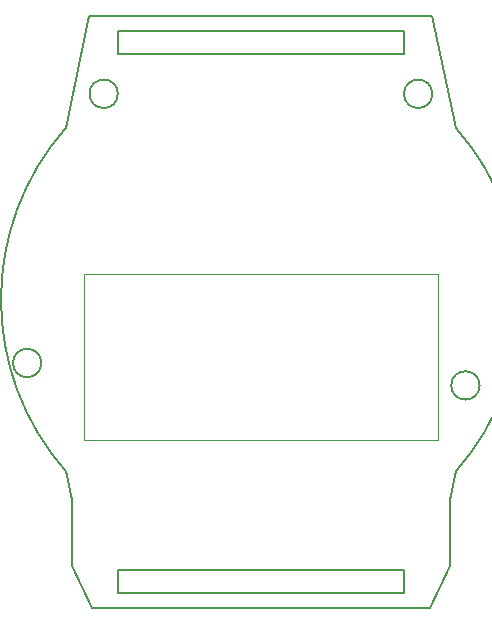
<source format=gbr>
G04 #@! TF.GenerationSoftware,KiCad,Pcbnew,(5.1.4)-1*
G04 #@! TF.CreationDate,2020-04-06T10:41:00+02:00*
G04 #@! TF.ProjectId,base24mm,62617365-3234-46d6-9d2e-6b696361645f,v0.5.2*
G04 #@! TF.SameCoordinates,Original*
G04 #@! TF.FileFunction,Profile,NP*
%FSLAX46Y46*%
G04 Gerber Fmt 4.6, Leading zero omitted, Abs format (unit mm)*
G04 Created by KiCad (PCBNEW (5.1.4)-1) date 2020-04-06 10:41:00*
%MOMM*%
%LPD*%
G04 APERTURE LIST*
%ADD10C,0.200000*%
%ADD11C,0.050000*%
G04 APERTURE END LIST*
D10*
X236990000Y-139580000D02*
X236990000Y-145240000D01*
X236990000Y-145240000D02*
X235320000Y-148750000D01*
X204990000Y-145240000D02*
X206660000Y-148750000D01*
X237493266Y-108093707D02*
X235520000Y-98640000D01*
X208900000Y-145514372D02*
X208900000Y-147514372D01*
X233100000Y-147514372D02*
X233100000Y-145514372D01*
X233100000Y-145514372D02*
X208900000Y-145514372D01*
X208900000Y-147514372D02*
X233100000Y-147514372D01*
X206660000Y-148750000D02*
X235320000Y-148750000D01*
D11*
X206020000Y-120510000D02*
X235960000Y-120510000D01*
X206020000Y-134490000D02*
X206020000Y-120510000D01*
X235960000Y-134490000D02*
X206020000Y-134490000D01*
X235960000Y-120510000D02*
X235960000Y-134490000D01*
D10*
X239510000Y-129910000D02*
G75*
G03X239510000Y-129910000I-1200000J0D01*
G01*
X202400000Y-128010000D02*
G75*
G03X202400000Y-128010000I-1200000J0D01*
G01*
X235520000Y-98640000D02*
X206460000Y-98640000D01*
X233090000Y-101870000D02*
X233090000Y-99870000D01*
X208890000Y-99870000D02*
X208890000Y-101870000D01*
X208890000Y-101870000D02*
X233090000Y-101870000D01*
X233090000Y-99870000D02*
X208890000Y-99870000D01*
X204490001Y-108090001D02*
X206460000Y-98640000D01*
X204486734Y-137186293D02*
G75*
G02X204490001Y-108090001I16503266J14546293D01*
G01*
X237493266Y-108093707D02*
G75*
G02X237489999Y-137189999I-16503266J-14546293D01*
G01*
X204990000Y-139580000D02*
X204990000Y-145240000D01*
X204485040Y-137184371D02*
X204990000Y-139580000D01*
X237489999Y-137189999D02*
X236990000Y-139580000D01*
X208880000Y-105220000D02*
G75*
G03X208880000Y-105220000I-1200000J0D01*
G01*
X235510000Y-105220000D02*
G75*
G03X235510000Y-105220000I-1200000J0D01*
G01*
M02*

</source>
